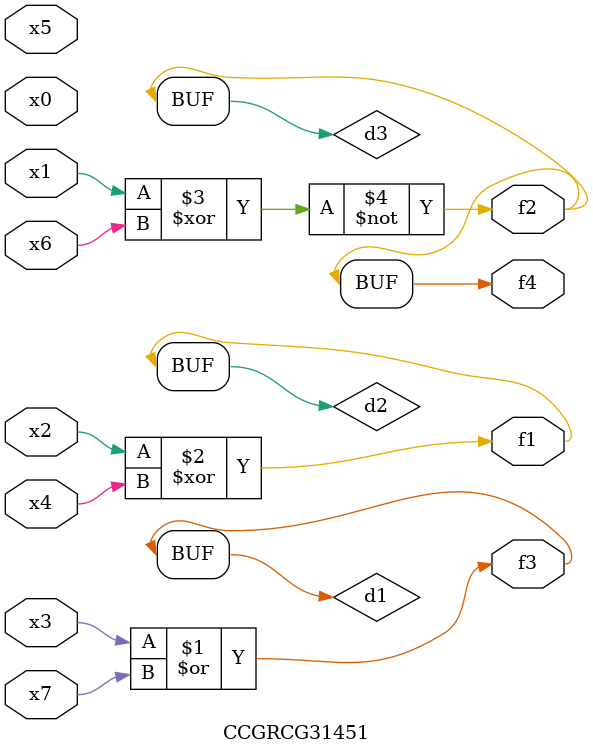
<source format=v>
module CCGRCG31451(
	input x0, x1, x2, x3, x4, x5, x6, x7,
	output f1, f2, f3, f4
);

	wire d1, d2, d3;

	or (d1, x3, x7);
	xor (d2, x2, x4);
	xnor (d3, x1, x6);
	assign f1 = d2;
	assign f2 = d3;
	assign f3 = d1;
	assign f4 = d3;
endmodule

</source>
